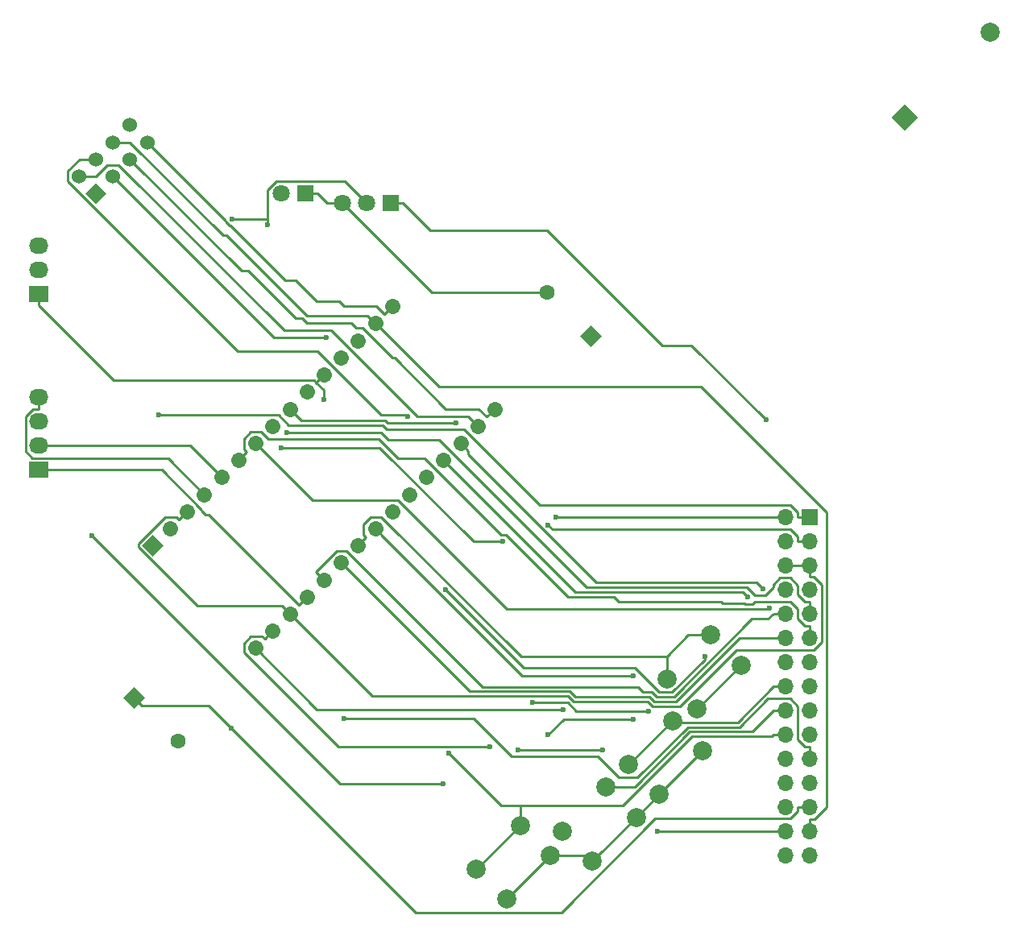
<source format=gbr>
G04 #@! TF.FileFunction,Copper,L2,Bot,Signal*
%FSLAX46Y46*%
G04 Gerber Fmt 4.6, Leading zero omitted, Abs format (unit mm)*
G04 Created by KiCad (PCBNEW 4.0.7) date 06/10/18 23:21:09*
%MOMM*%
%LPD*%
G01*
G04 APERTURE LIST*
%ADD10C,0.100000*%
%ADD11C,1.600000*%
%ADD12C,2.000000*%
%ADD13C,1.600000*%
%ADD14R,1.800000X1.800000*%
%ADD15C,1.800000*%
%ADD16R,1.700000X1.700000*%
%ADD17O,1.700000X1.700000*%
%ADD18R,2.032000X1.727200*%
%ADD19O,2.032000X1.727200*%
%ADD20C,1.524000*%
%ADD21C,0.600000*%
%ADD22C,0.250000*%
G04 APERTURE END LIST*
D10*
G36*
X15868629Y-50000000D02*
X17000000Y-48868629D01*
X18131371Y-50000000D01*
X17000000Y-51131371D01*
X15868629Y-50000000D01*
X15868629Y-50000000D01*
G37*
D11*
X51124973Y-37427641D02*
X51124973Y-37427641D01*
X18796051Y-48203949D02*
X18796051Y-48203949D01*
X49328922Y-39223693D02*
X49328922Y-39223693D01*
X20592102Y-46407898D02*
X20592102Y-46407898D01*
X47532871Y-41019744D02*
X47532871Y-41019744D01*
X22388154Y-44611846D02*
X22388154Y-44611846D01*
X45736820Y-42815795D02*
X45736820Y-42815795D01*
X24184205Y-42815795D02*
X24184205Y-42815795D01*
X43940768Y-44611846D02*
X43940768Y-44611846D01*
X25980256Y-41019744D02*
X25980256Y-41019744D01*
X42144717Y-46407898D02*
X42144717Y-46407898D01*
X27776307Y-39223693D02*
X27776307Y-39223693D01*
X40348666Y-48203949D02*
X40348666Y-48203949D01*
X29572359Y-37427641D02*
X29572359Y-37427641D01*
X38552615Y-50000000D02*
X38552615Y-50000000D01*
X31368410Y-35631590D02*
X31368410Y-35631590D01*
X36756563Y-51796051D02*
X36756563Y-51796051D01*
X33164461Y-33835539D02*
X33164461Y-33835539D01*
X34960512Y-53592102D02*
X34960512Y-53592102D01*
X34960512Y-32039488D02*
X34960512Y-32039488D01*
X33164461Y-55388154D02*
X33164461Y-55388154D01*
X36756563Y-30243437D02*
X36756563Y-30243437D01*
X31368410Y-57184205D02*
X31368410Y-57184205D01*
X38552615Y-28447385D02*
X38552615Y-28447385D01*
X29572359Y-58980256D02*
X29572359Y-58980256D01*
X40348666Y-26651334D02*
X40348666Y-26651334D01*
X27776307Y-60776307D02*
X27776307Y-60776307D01*
X42144717Y-24855283D02*
X42144717Y-24855283D01*
X52921024Y-35631590D02*
X52921024Y-35631590D01*
D10*
G36*
X94585786Y-5000000D02*
X96000000Y-3585786D01*
X97414214Y-5000000D01*
X96000000Y-6414214D01*
X94585786Y-5000000D01*
X94585786Y-5000000D01*
G37*
D12*
X104980256Y3980256D03*
D10*
G36*
X64131371Y-28000000D02*
X63000000Y-29131371D01*
X61868629Y-28000000D01*
X63000000Y-26868629D01*
X64131371Y-28000000D01*
X64131371Y-28000000D01*
G37*
D13*
X58403806Y-23403806D03*
D10*
G36*
X13868629Y-66000000D02*
X15000000Y-64868629D01*
X16131371Y-66000000D01*
X15000000Y-67131371D01*
X13868629Y-66000000D01*
X13868629Y-66000000D01*
G37*
D13*
X19596194Y-70596194D03*
D14*
X33000000Y-13000000D03*
D15*
X30460000Y-13000000D03*
D16*
X86000000Y-47000000D03*
D17*
X83460000Y-47000000D03*
X86000000Y-49540000D03*
X83460000Y-49540000D03*
X86000000Y-52080000D03*
X83460000Y-52080000D03*
X86000000Y-54620000D03*
X83460000Y-54620000D03*
X86000000Y-57160000D03*
X83460000Y-57160000D03*
X86000000Y-59700000D03*
X83460000Y-59700000D03*
X86000000Y-62240000D03*
X83460000Y-62240000D03*
X86000000Y-64780000D03*
X83460000Y-64780000D03*
X86000000Y-67320000D03*
X83460000Y-67320000D03*
X86000000Y-69860000D03*
X83460000Y-69860000D03*
X86000000Y-72400000D03*
X83460000Y-72400000D03*
X86000000Y-74940000D03*
X83460000Y-74940000D03*
X86000000Y-77480000D03*
X83460000Y-77480000D03*
X86000000Y-80020000D03*
X83460000Y-80020000D03*
X86000000Y-82560000D03*
X83460000Y-82560000D03*
D18*
X5000000Y-23540000D03*
D19*
X5000000Y-21000000D03*
X5000000Y-18460000D03*
D18*
X5024229Y-42060707D03*
D19*
X5024229Y-39520707D03*
X5024229Y-36980707D03*
X5024229Y-34440707D03*
D12*
X54181981Y-87181981D03*
X51000000Y-84000000D03*
X58778175Y-82585786D03*
X55596194Y-79403806D03*
X63181981Y-83181981D03*
X60000000Y-80000000D03*
X67778175Y-78585786D03*
X64596194Y-75403806D03*
X70181981Y-76181981D03*
X67000000Y-73000000D03*
X74778175Y-71585786D03*
X71596194Y-68403806D03*
X74181981Y-67181981D03*
X71000000Y-64000000D03*
X78778175Y-62585786D03*
X75596194Y-59403806D03*
D14*
X42000000Y-14000000D03*
D15*
X39460000Y-14000000D03*
X36920000Y-14000000D03*
D10*
G36*
X12077631Y-13000000D02*
X11000000Y-14077631D01*
X9922369Y-13000000D01*
X11000000Y-11922369D01*
X12077631Y-13000000D01*
X12077631Y-13000000D01*
G37*
D20*
X9203949Y-11203949D03*
X12796051Y-11203949D03*
X11000000Y-9407898D03*
X14592102Y-9407898D03*
X12796051Y-7611846D03*
X16388154Y-7611846D03*
X14592102Y-5815795D03*
D21*
X48835500Y-37114100D03*
X25243100Y-69195500D03*
X29050000Y-16326000D03*
X25331600Y-15655100D03*
X47470900Y-75059700D03*
X10600000Y-48964300D03*
X70054500Y-80020000D03*
X59356400Y-47000000D03*
X60128000Y-67219000D03*
X17577800Y-36250700D03*
X58525100Y-47830500D03*
X53792800Y-49551100D03*
X30449300Y-39696900D03*
X81105900Y-54519100D03*
X43759900Y-36415900D03*
X79514700Y-55413900D03*
X52419600Y-71165000D03*
X67498900Y-68241300D03*
X58483300Y-69913600D03*
X35239000Y-28106300D03*
X47709400Y-54666400D03*
X75008800Y-61702800D03*
X31097100Y-38094100D03*
X48115000Y-71859100D03*
X81781200Y-56591900D03*
X67506300Y-63676200D03*
X81447000Y-36794500D03*
X34980900Y-34657200D03*
X37075500Y-68180200D03*
X56879800Y-66529200D03*
X69051300Y-67415700D03*
X64266400Y-71450000D03*
X55399400Y-71450000D03*
D22*
X41634700Y-37114100D02*
X48835500Y-37114100D01*
X41358400Y-36837800D02*
X41634700Y-37114100D01*
X32574600Y-36837800D02*
X41358400Y-36837800D01*
X31368400Y-35631600D02*
X32574600Y-36837800D01*
X86000000Y-77480000D02*
X84774700Y-77480000D01*
X15000000Y-66000000D02*
X15831100Y-66831100D01*
X22878700Y-66831100D02*
X15831100Y-66831100D01*
X25243100Y-69195500D02*
X22878700Y-66831100D01*
X44624800Y-88577200D02*
X25243100Y-69195500D01*
X59900900Y-88577200D02*
X44624800Y-88577200D01*
X69772800Y-78705300D02*
X59900900Y-88577200D01*
X84009000Y-78705300D02*
X69772800Y-78705300D01*
X84774700Y-77939600D02*
X84009000Y-78705300D01*
X84774700Y-77480000D02*
X84774700Y-77939600D01*
X78778200Y-62585800D02*
X74182000Y-67182000D01*
X74778200Y-71585800D02*
X70182000Y-76182000D01*
X70182000Y-76182000D02*
X67778200Y-78585800D01*
X63778200Y-82585800D02*
X63182000Y-82585800D01*
X67778200Y-78585800D02*
X63778200Y-82585800D01*
X63182000Y-82585800D02*
X63182000Y-83182000D01*
X63182000Y-82585800D02*
X58778200Y-82585800D01*
X58778200Y-82585800D02*
X54182000Y-87182000D01*
X33164500Y-55388200D02*
X32333400Y-56219300D01*
X29050000Y-15655100D02*
X25331600Y-15655100D01*
X29050000Y-12605800D02*
X29050000Y-15655100D01*
X29971600Y-11684200D02*
X29050000Y-12605800D01*
X37144200Y-11684200D02*
X29971600Y-11684200D01*
X39460000Y-14000000D02*
X37144200Y-11684200D01*
X29050000Y-15655100D02*
X29050000Y-16326000D01*
X22843700Y-46729600D02*
X32333400Y-56219300D01*
X22530400Y-46729600D02*
X22843700Y-46729600D01*
X22134800Y-46334000D02*
X22530400Y-46729600D01*
X22134800Y-46255700D02*
X22134800Y-46334000D01*
X17939800Y-42060700D02*
X22134800Y-46255700D01*
X5024200Y-42060700D02*
X17939800Y-42060700D01*
X36695400Y-75059700D02*
X10600000Y-48964300D01*
X47470900Y-75059700D02*
X36695400Y-75059700D01*
X51125000Y-37427600D02*
X50293900Y-36596500D01*
X11000100Y-11203900D02*
X9203900Y-11203900D01*
X12178800Y-10025200D02*
X11000100Y-11203900D01*
X13413300Y-10025200D02*
X12178800Y-10025200D01*
X30804700Y-27416600D02*
X13413300Y-10025200D01*
X35725900Y-27416600D02*
X30804700Y-27416600D01*
X44748100Y-36438800D02*
X35725900Y-27416600D01*
X50136200Y-36438800D02*
X44748100Y-36438800D01*
X50293900Y-36596500D02*
X50136200Y-36438800D01*
X83460000Y-80020000D02*
X70054500Y-80020000D01*
X83460000Y-47000000D02*
X59356400Y-47000000D01*
X34219000Y-67219000D02*
X60128000Y-67219000D01*
X27776300Y-60776300D02*
X34219000Y-67219000D01*
X86000000Y-47000000D02*
X84774700Y-47000000D01*
X30191600Y-36250700D02*
X17577800Y-36250700D01*
X31279100Y-37338200D02*
X30191600Y-36250700D01*
X41151200Y-37338200D02*
X31279100Y-37338200D01*
X41602400Y-37789400D02*
X41151200Y-37338200D01*
X49690800Y-37789400D02*
X41602400Y-37789400D01*
X57676100Y-45774700D02*
X49690800Y-37789400D01*
X84009000Y-45774700D02*
X57676100Y-45774700D01*
X84774700Y-46540400D02*
X84009000Y-45774700D01*
X84774700Y-47000000D02*
X84774700Y-46540400D01*
X59009300Y-48314700D02*
X58525100Y-47830500D01*
X84009000Y-48314700D02*
X59009300Y-48314700D01*
X84774700Y-49080400D02*
X84009000Y-48314700D01*
X84774700Y-49540000D02*
X84774700Y-49080400D01*
X40822000Y-39696900D02*
X30449300Y-39696900D01*
X50676200Y-49551100D02*
X40822000Y-39696900D01*
X53792800Y-49551100D02*
X50676200Y-49551100D01*
X86000000Y-49540000D02*
X84774700Y-49540000D01*
X80457600Y-53870800D02*
X81105900Y-54519100D01*
X63610400Y-53870800D02*
X80457600Y-53870800D01*
X50160000Y-40420400D02*
X63610400Y-53870800D01*
X50160000Y-40054800D02*
X50160000Y-40420400D01*
X49328900Y-39223700D02*
X50160000Y-40054800D01*
X19502900Y-46980800D02*
X19761100Y-47238900D01*
X18316100Y-46980800D02*
X19502900Y-46980800D01*
X15485100Y-49811800D02*
X18316100Y-46980800D01*
X15485100Y-50186000D02*
X15485100Y-49811800D01*
X21652300Y-56353200D02*
X15485100Y-50186000D01*
X30537300Y-56353200D02*
X21652300Y-56353200D01*
X30537400Y-56353100D02*
X30537300Y-56353200D01*
X31368400Y-57184200D02*
X30537400Y-56353100D01*
X20592100Y-46407900D02*
X19761100Y-47238900D01*
X86000000Y-52080000D02*
X83460000Y-52080000D01*
X86000000Y-52080000D02*
X86000000Y-53305300D01*
X86459500Y-53305300D02*
X86000000Y-53305300D01*
X87273400Y-54119200D02*
X86459500Y-53305300D01*
X87273400Y-60176000D02*
X87273400Y-54119200D01*
X86479500Y-60969900D02*
X87273400Y-60176000D01*
X78352300Y-60969900D02*
X86479500Y-60969900D01*
X72409900Y-66912300D02*
X78352300Y-60969900D01*
X69503100Y-66912300D02*
X72409900Y-66912300D01*
X69039000Y-66448200D02*
X69503100Y-66912300D01*
X61219000Y-66448200D02*
X69039000Y-66448200D01*
X60615100Y-65844300D02*
X61219000Y-66448200D01*
X40028500Y-65844300D02*
X60615100Y-65844300D01*
X31368400Y-57184200D02*
X40028500Y-65844300D01*
X43632500Y-36288500D02*
X43759900Y-36415900D01*
X41005500Y-36288500D02*
X43632500Y-36288500D01*
X34275400Y-29558400D02*
X41005500Y-36288500D01*
X25870100Y-29558400D02*
X34275400Y-29558400D01*
X8055900Y-11744200D02*
X25870100Y-29558400D01*
X8055900Y-10646600D02*
X8055900Y-11744200D01*
X9294600Y-9407900D02*
X8055900Y-10646600D01*
X11000000Y-9407900D02*
X9294600Y-9407900D01*
X61384600Y-54871400D02*
X47532900Y-41019700D01*
X78972200Y-54871400D02*
X61384600Y-54871400D01*
X79514700Y-55413900D02*
X78972200Y-54871400D01*
X33000000Y-13000000D02*
X34275300Y-13000000D01*
X35275300Y-14000000D02*
X34275300Y-13000000D01*
X36920000Y-14000000D02*
X35275300Y-14000000D01*
X46323800Y-23403800D02*
X58403800Y-23403800D01*
X36920000Y-14000000D02*
X46323800Y-23403800D01*
X4404700Y-35679600D02*
X5024200Y-35679600D01*
X3614700Y-36469600D02*
X4404700Y-35679600D01*
X3614700Y-40081900D02*
X3614700Y-36469600D01*
X4354500Y-40821700D02*
X3614700Y-40081900D01*
X18598100Y-40821700D02*
X4354500Y-40821700D01*
X22388200Y-44611800D02*
X18598100Y-40821700D01*
X5024200Y-34440700D02*
X5024200Y-35679600D01*
X29572400Y-58980300D02*
X28741300Y-59811400D01*
X36464500Y-71165000D02*
X52419600Y-71165000D01*
X26565300Y-61265800D02*
X36464500Y-71165000D01*
X26565300Y-60269600D02*
X26565300Y-61265800D01*
X27283200Y-59551700D02*
X26565300Y-60269600D01*
X28481600Y-59551700D02*
X27283200Y-59551700D01*
X28741300Y-59811400D02*
X28481600Y-59551700D01*
X60155600Y-68241300D02*
X58483300Y-69913600D01*
X67498900Y-68241300D02*
X60155600Y-68241300D01*
X29698500Y-28106300D02*
X12796100Y-11203900D01*
X35239000Y-28106300D02*
X29698500Y-28106300D01*
X75008800Y-61962300D02*
X75008800Y-61702800D01*
X71559700Y-65411400D02*
X75008800Y-61962300D01*
X70213200Y-65411400D02*
X71559700Y-65411400D01*
X67676700Y-62874900D02*
X70213200Y-65411400D01*
X55917900Y-62874900D02*
X67676700Y-62874900D01*
X47709400Y-54666400D02*
X55917900Y-62874900D01*
X86000000Y-57160000D02*
X86000000Y-55934700D01*
X20889100Y-39520700D02*
X24184200Y-42815800D01*
X5024200Y-39520700D02*
X20889100Y-39520700D01*
X40949200Y-38094100D02*
X31097100Y-38094100D01*
X41745100Y-38890000D02*
X40949200Y-38094100D01*
X47065400Y-38890000D02*
X41745100Y-38890000D01*
X62546500Y-54371100D02*
X47065400Y-38890000D01*
X79427000Y-54371100D02*
X62546500Y-54371100D01*
X80265600Y-55209700D02*
X79427000Y-54371100D01*
X81378000Y-55209700D02*
X80265600Y-55209700D01*
X82194700Y-54393000D02*
X81378000Y-55209700D01*
X82194700Y-54100900D02*
X82194700Y-54393000D01*
X82901000Y-53394600D02*
X82194700Y-54100900D01*
X83979500Y-53394600D02*
X82901000Y-53394600D01*
X84774700Y-54189800D02*
X83979500Y-53394600D01*
X84774700Y-55169000D02*
X84774700Y-54189800D01*
X85540400Y-55934700D02*
X84774700Y-55169000D01*
X86000000Y-55934700D02*
X85540400Y-55934700D01*
X55596200Y-79403800D02*
X51000000Y-84000000D01*
X55596200Y-77326500D02*
X55596200Y-79403800D01*
X53582400Y-77326500D02*
X48115000Y-71859100D01*
X55596200Y-77326500D02*
X53582400Y-77326500D01*
X82019400Y-70075300D02*
X82234700Y-69860000D01*
X73638000Y-70075300D02*
X82019400Y-70075300D01*
X66386800Y-77326500D02*
X73638000Y-70075300D01*
X55596200Y-77326500D02*
X66386800Y-77326500D01*
X83460000Y-69860000D02*
X82234700Y-69860000D01*
X86000000Y-59700000D02*
X86000000Y-58474700D01*
X25980300Y-41019700D02*
X26811400Y-40188600D01*
X26553200Y-39930500D02*
X26811400Y-40188600D01*
X26553200Y-38763500D02*
X26553200Y-39930500D01*
X27298500Y-38018200D02*
X26553200Y-38763500D01*
X28366900Y-38018200D02*
X27298500Y-38018200D01*
X29151500Y-38802800D02*
X28366900Y-38018200D01*
X40732500Y-38802800D02*
X29151500Y-38802800D01*
X42765300Y-40835600D02*
X40732500Y-38802800D01*
X45552700Y-40835600D02*
X42765300Y-40835600D01*
X53592900Y-48875800D02*
X45552700Y-40835600D01*
X54072600Y-48875800D02*
X53592900Y-48875800D01*
X60611200Y-55414400D02*
X54072600Y-48875800D01*
X65454500Y-55414400D02*
X60611200Y-55414400D01*
X65912100Y-55872000D02*
X65454500Y-55414400D01*
X76730100Y-55872000D02*
X65912100Y-55872000D01*
X76899200Y-56041100D02*
X76730100Y-55872000D01*
X79186900Y-56041100D02*
X76899200Y-56041100D01*
X79274400Y-56128600D02*
X79186900Y-56041100D01*
X80008900Y-56128600D02*
X79274400Y-56128600D01*
X80265500Y-55872000D02*
X80008900Y-56128600D01*
X83999200Y-55872000D02*
X80265500Y-55872000D01*
X84774700Y-56647500D02*
X83999200Y-55872000D01*
X84774700Y-57709000D02*
X84774700Y-56647500D01*
X85540400Y-58474700D02*
X84774700Y-57709000D01*
X86000000Y-58474700D02*
X85540400Y-58474700D01*
X83460000Y-67320000D02*
X82234700Y-67320000D01*
X79979700Y-69575000D02*
X82234700Y-67320000D01*
X73430700Y-69575000D02*
X79979700Y-69575000D01*
X67601900Y-75403800D02*
X73430700Y-69575000D01*
X64596200Y-75403800D02*
X67601900Y-75403800D01*
X81699700Y-56673400D02*
X81781200Y-56591900D01*
X54206400Y-56673400D02*
X81699700Y-56673400D01*
X42736600Y-45203600D02*
X54206400Y-56673400D01*
X33756200Y-45203600D02*
X42736600Y-45203600D01*
X27776300Y-39223700D02*
X33756200Y-45203600D01*
X83460000Y-64780000D02*
X82234700Y-64780000D01*
X78440400Y-68574300D02*
X82234700Y-64780000D01*
X71596200Y-68574300D02*
X78440400Y-68574300D01*
X71596200Y-68574300D02*
X71596200Y-68403800D01*
X71425700Y-68574300D02*
X67000000Y-73000000D01*
X71596200Y-68574300D02*
X71425700Y-68574300D01*
X55764200Y-63676200D02*
X67506300Y-63676200D01*
X41179800Y-49091800D02*
X55764200Y-63676200D01*
X41179800Y-49035000D02*
X41179800Y-49091800D01*
X40348700Y-48203900D02*
X41179800Y-49035000D01*
X38552600Y-50000000D02*
X39383700Y-49168900D01*
X71000000Y-64000000D02*
X71000000Y-61674300D01*
X73270500Y-59403800D02*
X75596200Y-59403800D01*
X71000000Y-61674300D02*
X73270500Y-59403800D01*
X39123800Y-48909000D02*
X39383700Y-49168900D01*
X39123800Y-47766700D02*
X39123800Y-48909000D01*
X39873900Y-47016600D02*
X39123800Y-47766700D01*
X41014700Y-47016600D02*
X39873900Y-47016600D01*
X55672400Y-61674300D02*
X41014700Y-47016600D01*
X71000000Y-61674300D02*
X55672400Y-61674300D01*
X78686300Y-59700000D02*
X83460000Y-59700000D01*
X71974300Y-66412000D02*
X78686300Y-59700000D01*
X69710400Y-66412000D02*
X71974300Y-66412000D01*
X69210100Y-65911700D02*
X69710400Y-66412000D01*
X61390100Y-65911700D02*
X69210100Y-65911700D01*
X60822400Y-65344000D02*
X61390100Y-65911700D01*
X50304500Y-65344000D02*
X60822400Y-65344000D01*
X36756600Y-51796100D02*
X50304500Y-65344000D01*
X73610300Y-28957800D02*
X81447000Y-36794500D01*
X70543700Y-28957800D02*
X73610300Y-28957800D01*
X58457100Y-16871200D02*
X70543700Y-28957800D01*
X46146500Y-16871200D02*
X58457100Y-16871200D01*
X43275300Y-14000000D02*
X46146500Y-16871200D01*
X42000000Y-14000000D02*
X43275300Y-14000000D01*
X34960500Y-53592100D02*
X34129500Y-52761000D01*
X83460000Y-57160000D02*
X82234700Y-57160000D01*
X82172100Y-57222600D02*
X82234700Y-57160000D01*
X82130600Y-57222600D02*
X82172100Y-57222600D01*
X81630300Y-57722900D02*
X82130600Y-57222600D01*
X79955800Y-57722900D02*
X81630300Y-57722900D01*
X71767000Y-65911700D02*
X79955800Y-57722900D01*
X69917700Y-65911700D02*
X71767000Y-65911700D01*
X69417300Y-65411300D02*
X69917700Y-65911700D01*
X68450900Y-65411300D02*
X69417300Y-65411300D01*
X67950600Y-64911000D02*
X68450900Y-65411300D01*
X61097000Y-64911000D02*
X67950600Y-64911000D01*
X61029700Y-64843700D02*
X61097000Y-64911000D01*
X51600400Y-64843700D02*
X61029700Y-64843700D01*
X37365400Y-50608700D02*
X51600400Y-64843700D01*
X36281800Y-50608700D02*
X37365400Y-50608700D01*
X34129500Y-52761000D02*
X36281800Y-50608700D01*
X5000000Y-23540000D02*
X5000000Y-24778900D01*
X34960500Y-32039500D02*
X34149400Y-32850600D01*
X33909600Y-32610800D02*
X34149400Y-32850600D01*
X12831900Y-32610800D02*
X33909600Y-32610800D01*
X5000000Y-24778900D02*
X12831900Y-32610800D01*
X50728600Y-68180200D02*
X37075500Y-68180200D01*
X54673800Y-72125400D02*
X50728600Y-68180200D01*
X63721600Y-72125400D02*
X54673800Y-72125400D01*
X65991800Y-74395600D02*
X63721600Y-72125400D01*
X67902500Y-74395600D02*
X65991800Y-74395600D01*
X73223400Y-69074700D02*
X67902500Y-74395600D01*
X78647700Y-69074700D02*
X73223400Y-69074700D01*
X81627800Y-66094600D02*
X78647700Y-69074700D01*
X83975700Y-66094600D02*
X81627800Y-66094600D01*
X84774700Y-66893600D02*
X83975700Y-66094600D01*
X84774700Y-70409000D02*
X84774700Y-66893600D01*
X85540400Y-71174700D02*
X84774700Y-70409000D01*
X86000000Y-71174700D02*
X85540400Y-71174700D01*
X86000000Y-72400000D02*
X86000000Y-71174700D01*
X34980900Y-33682100D02*
X34980900Y-34657200D01*
X34149400Y-32850600D02*
X34980900Y-33682100D01*
X14592100Y-7611800D02*
X12796100Y-7611800D01*
X24341200Y-17360900D02*
X14592100Y-7611800D01*
X24738500Y-17360900D02*
X24341200Y-17360900D01*
X33197800Y-25820200D02*
X24738500Y-17360900D01*
X39517600Y-25820200D02*
X33197800Y-25820200D01*
X39991300Y-26293900D02*
X39517600Y-25820200D01*
X39991300Y-26293900D02*
X40348700Y-26651300D01*
X86000000Y-80020000D02*
X86000000Y-78794700D01*
X47036900Y-33339500D02*
X40348700Y-26651300D01*
X74571700Y-33339500D02*
X47036900Y-33339500D01*
X87777300Y-46545100D02*
X74571700Y-33339500D01*
X87777300Y-77525200D02*
X87777300Y-46545100D01*
X86507800Y-78794700D02*
X87777300Y-77525200D01*
X86000000Y-78794700D02*
X86507800Y-78794700D01*
X42144700Y-24855300D02*
X41313700Y-25686300D01*
X40482600Y-24855300D02*
X41313700Y-25686300D01*
X37074600Y-24855300D02*
X40482600Y-24855300D01*
X36574300Y-24355000D02*
X37074600Y-24855300D01*
X34192800Y-24355000D02*
X36574300Y-24355000D01*
X31998000Y-22160200D02*
X34192800Y-24355000D01*
X30936600Y-22160200D02*
X31998000Y-22160200D01*
X25106800Y-16330400D02*
X30936600Y-22160200D01*
X25051900Y-16330400D02*
X25106800Y-16330400D01*
X24656300Y-15934800D02*
X25051900Y-16330400D01*
X24656300Y-15879900D02*
X24656300Y-15934800D01*
X16388200Y-7611800D02*
X24656300Y-15879900D01*
X61478800Y-67415700D02*
X69051300Y-67415700D01*
X60592300Y-66529200D02*
X61478800Y-67415700D01*
X56879800Y-66529200D02*
X60592300Y-66529200D01*
X52921000Y-35631600D02*
X52090000Y-36462600D01*
X51258900Y-35631600D02*
X52090000Y-36462600D01*
X47786300Y-35631600D02*
X51258900Y-35631600D01*
X42427200Y-30272500D02*
X47786300Y-35631600D01*
X42173800Y-30272500D02*
X42427200Y-30272500D01*
X39020800Y-27119500D02*
X42173800Y-30272500D01*
X38313200Y-27119500D02*
X39020800Y-27119500D01*
X37813000Y-26619300D02*
X38313200Y-27119500D01*
X33210500Y-26619300D02*
X37813000Y-26619300D01*
X32710200Y-26119000D02*
X33210500Y-26619300D01*
X32010900Y-26119000D02*
X32710200Y-26119000D01*
X27041100Y-21149200D02*
X32010900Y-26119000D01*
X26333400Y-21149200D02*
X27041100Y-21149200D01*
X14592100Y-9407900D02*
X26333400Y-21149200D01*
X64266400Y-71450000D02*
X55399400Y-71450000D01*
M02*

</source>
